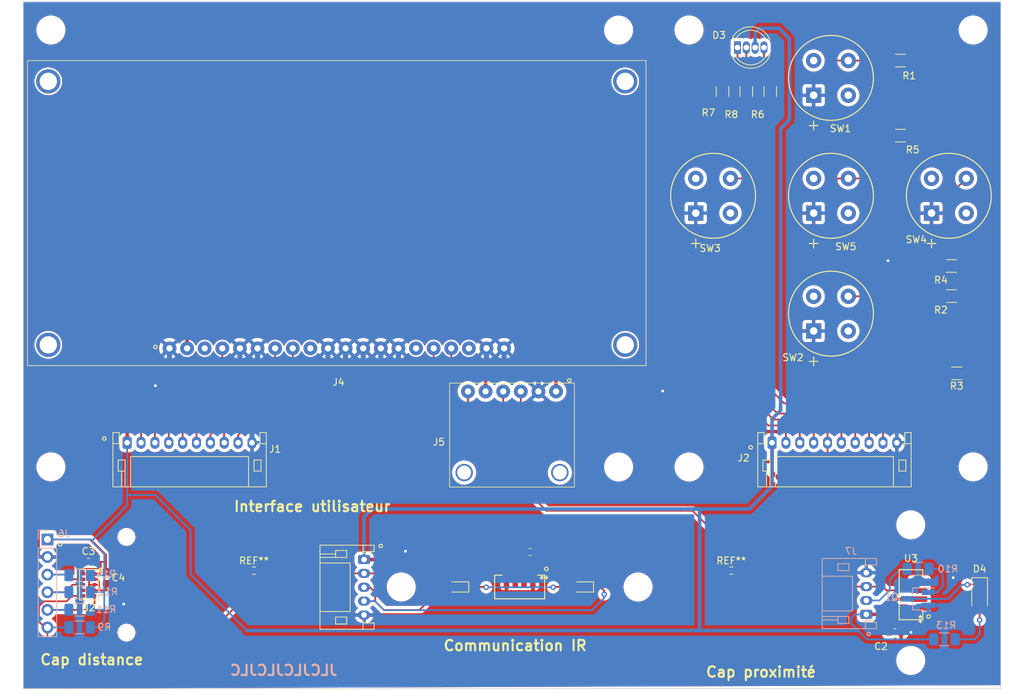
<source format=kicad_pcb>
(kicad_pcb (version 20221018) (generator pcbnew)
  (layers (0 "F.Cu" signal) (31 "B.Cu" signal) (34 "B.Paste" user) (35 "F.Paste" user) (36 "B.SilkS" user "B.Silkscreen") (37 "F.SilkS" user "F.Silkscreen") (38 "B.Mask" user) (39 "F.Mask" user) (44 "Edge.Cuts" user))
  (net 0 "")
  (net 1 "+3V3")
  (net 2 "GND")
  (net 3 "Net-(D1-K)")
  (net 4 "Net-(D1-A)")
  (net 5 "Net-(D2-K)")
  (net 6 "Net-(D3-GK)")
  (net 7 "Net-(D3-BK)")
  (net 8 "Net-(D3-RK)")
  (net 9 "Net-(D4-K)")
  (net 10 "Net-(D4-A)")
  (net 11 "D{slash}C_ecran")
  (net 12 "SCLK_ecran")
  (net 13 "SDIN_ecran")
  (net 14 "{slash}RES_ecran")
  (net 15 "{slash}CS_ecran")
  (net 16 "RGB_R")
  (net 17 "RGB_G")
  (net 18 "RGB_B")
  (net 19 "BOUT_HAUT")
  (net 20 "BOUT_BAS")
  (net 21 "BOUT_GAUCHE")
  (net 22 "BOUT_DROIT")
  (net 23 "BOUT_SELECT")
  (net 24 "SCL_cap-dis")
  (net 25 "SDA_cap-dis")
  (net 26 "INT_cap-dis")
  (net 27 "Net-(J3-Pin_2)")
  (net 32 "Net-(J6-Pin_3)")
  (net 33 "Net-(J6-Pin_4)")
  (net 34 "Net-(J6-Pin_5)")
  (net 35 "Net-(J6-Pin_6)")
  (net 36 "Net-(J7-Pin_2)")
  (net 37 "Net-(J7-Pin_3)")
  (net 38 "Net-(Q1-G)")
  (footprint "MountingHole:MountingHole_3mm" (layer "F.Cu") (at 102.87 94.0054)
    (fp_text reference "REF**" hide)
    (fp_text value "MountingHole_3mm")
  )
  (footprint "MountingHole:MountingHole_3mm" (layer "F.Cu") (at 154 31)
    (fp_text reference "REF**" hide)
    (fp_text value "MountingHole_3mm")
  )
  (footprint "Resistor_SMD:R_1206_3216Metric_Pad1.30x1.75mm_HandSolder" (layer "F.Cu") (at 124.7394 39.878 90)
    (fp_text reference "R6")
    (fp_text value "220")
  )
  (footprint "MountingHole:MountingHole_2.1mm" (layer "F.Cu") (at 31.9 117.9)
    (fp_text reference "REF**" hide)
    (fp_text value "MountingHole_2.1mm")
  )
  (footprint "Lib:Cap dist" (layer "F.Cu") (at 87.5 83.1205 180)
    (fp_text reference "J5")
    (fp_text value "vers VL53L4CDV0DH")
  )
  (footprint "MountingHole:MountingHole_3mm" (layer "F.Cu") (at 113.03 94.0054)
    (fp_text reference "REF**" hide)
    (fp_text value "MountingHole_3mm")
  )
  (footprint "MountingHole:MountingHole_2.1mm" (layer "F.Cu") (at 31.9 104.1)
    (fp_text reference "REF**" hide)
    (fp_text value "MountingHole_2.1mm")
  )
  (footprint "Resistor_SMD:R_1206_3216Metric_Pad1.30x1.75mm_HandSolder" (layer "F.Cu") (at 151.638 80.518 180)
    (fp_text reference "R3")
    (fp_text value "10k")
  )
  (footprint "D6R:D6R_CNK" (layer "F.Cu") (at 131 57.404 90)
    (fp_text reference "SW5")
    (fp_text value "Bouton sélection")
  )
  (footprint "MountingHole:MountingHole_3mm" (layer "F.Cu") (at 113.03 30.988)
    (fp_text reference "REF**" hide)
    (fp_text value "MountingHole_3mm")
  )
  (footprint "Connector_JST:JST_PH_S5B-PH-K_1x05_P2.00mm_Horizontal" (layer "F.Cu") (at 66.162 107.36 -90)
    (fp_text reference "J3" hide)
    (fp_text value "Conn_01x05")
  )
  (footprint "D6R:D6R_CNK" (layer "F.Cu") (at 148 57.404 90)
    (fp_text reference "SW4")
    (fp_text value "Bouton droit")
  )
  (footprint "MountingHole:MountingHole_3mm" (layer "F.Cu") (at 154 94)
    (fp_text reference "REF**" hide)
    (fp_text value "MountingHole_3mm")
  )
  (footprint "Connector_JST:JST_PH_S10B-PH-K_1x10_P2.00mm_Horizontal" (layer "F.Cu") (at 125 90.514)
    (fp_text reference "J2")
    (fp_text value "Conn_01x10")
  )
  (footprint "Connector_JST:JST_PH_S10B-PH-K_1x10_P2.00mm_Horizontal" (layer "F.Cu") (at 32 90.514)
    (fp_text reference "J1")
    (fp_text value "Conn_01x10")
  )
  (footprint "VL53L3CXV0DH_1 (1):XDCR_VL53L3CXV0DH_1" (layer "F.Cu") (at 26.5 111 -90)
    (fp_text reference "U2")
    (fp_text value "VL53L4CDV0DH")
  )
  (footprint "Lib:Screen" (layer "F.Cu") (at 62.23 76.904)
    (fp_text reference "J4")
    (fp_text value "NHD-3.12-25664UCW2")
  )
  (footprint "LED_THT:LED_D5.0mm-4_RGB" (layer "F.Cu") (at 120.02 33.528)
    (fp_text reference "D3")
    (fp_text value "QBL8RGB25C0")
  )
  (footprint "Resistor_SMD:R_1206_3216Metric_Pad1.30x1.75mm_HandSolder" (layer "F.Cu") (at 150.876 69.3674 180)
    (fp_text reference "R2")
    (fp_text value "10k")
  )
  (footprint "Resistor_SMD:R_1206_3216Metric_Pad1.30x1.75mm_HandSolder" (layer "F.Cu") (at 121.285 39.878 90)
    (fp_text reference "R8")
    (fp_text value "220")
  )
  (footprint "TSOP:TSOP75338WTT_VIS-M" (layer "F.Cu") (at 88.604 111.322 -90)
    (fp_text reference "U1" hide)
    (fp_text value "TSOP75338TT")
  )
  (footprint "MountingHole:MountingHole_3mm" (layer "F.Cu") (at 102.87 31)
    (fp_text reference "REF**" hide)
    (fp_text value "MountingHole_3mm")
  )
  (footprint "MountingHole:MountingHole_3mm" (layer "F.Cu") (at 105.678 111.322)
    (fp_text reference "REF**" hide)
    (fp_text value "MountingHole_3mm")
  )
  (footprint "MountingHole:MountingHole_3mm" (layer "F.Cu") (at 21 31)
    (fp_text reference "REF**" hide)
    (fp_text value "MountingHole_3mm")
  )
  (footprint "D6R:D6R_CNK" (layer "F.Cu") (at 131 74.404 90)
    (fp_text reference "SW2")
    (fp_text value "Bouton bas")
  )
  (footprint "Resistor_SMD:R_1206_3216Metric_Pad1.30x1.75mm_HandSolder" (layer "F.Cu") (at 143.51 46.228 180)
    (fp_text reference "R5")
    (fp_text value "10k")
  )
  (footprint "LED_SMD:LED_0603_1608Metric_Pad1.05x0.95mm_HandSolder" (layer "F.Cu") (at 97.604 111.322 180)
    (fp_text reference "D2" hide)
    (fp_text value "LED")
  )
  (footprint "Capacitor_SMD:C_0603_1608Metric_Pad1.08x0.95mm_HandSolder" (layer "F.Cu") (at 28.956 109.982 -90)
    (fp_text reference "C4")
    (fp_text value "4.7u")
  )
  (footprint "MountingHole:MountingHole_3mm" (layer "F.Cu") (at 21 94)
    (fp_text reference "REF**" hide)
    (fp_text value "MountingHole_3mm")
  )
  (footprint "MountingHole:MountingHole_3mm" (layer "F.Cu") (at 145 121.92)
    (fp_text reference "REF**" hide)
    (fp_text value "MountingHole_3mm")
  )
  (footprint "Capacitor_SMD:C_0603_1608Metric_Pad1.08x0.95mm_HandSolder" (layer "F.Cu") (at 142.748 117.856)
    (fp_text reference "C2")
    (fp_text value "~")
  )
  (footprint "Resistor_SMD:R_1206_3216Metric_Pad1.30x1.75mm_HandSolder" (layer "F.Cu") (at 143.51 35.4076 180)
    (fp_text reference "R1")
    (fp_text value "10k")
  )
  (footprint "D6R:D6R_CNK" (layer "F.Cu") (at 114 57.404 90)
    (fp_text reference "SW3")
    (fp_text value "Bouton gauche")
  )
  (footprint "TSOP:TSOP75338WTT_VIS-M" (layer "F.Cu") (at 145.034 112.44 180)
    (fp_text reference "U3")
    (fp_text value "TSOP75438WTR")
  )
  (footprint "Resistor_SMD:R_1206_3216Metric_Pad1.30x1.75mm_HandSolder" (layer "F.Cu") (at 150.876 65.024 180)
    (fp_text reference "R4")
    (fp_text value "10k")
  )
  (footprint "MountingHole:MountingHole_3mm" (layer "F.Cu") (at 145 102.362)
    (fp_text reference "REF**" hide)
    (fp_text value "MountingHole_3mm")
  )
  (footprint "Resistor_SMD:R_0603_1608Metric" (layer "F.Cu") (at 119.126 108.966)
    (fp_text reference "REF**")
    (fp_text value "R_0603_1608Metric")
  )
  (footprint "LED_SMD:LED_0603_1608Metric_Pad1.05x0.95mm_HandSolder" (layer "F.Cu") (at 79.604 111.322 180)
    (fp_text reference "D1" hide)
    (fp_text value "LED")
  )
  (footprint "Resistor_SMD:R_0603_1608Metric" (layer "F.Cu") (at 50.292 108.966)
    (fp_text reference "REF**")
    (fp_text value "R_0603_1608Metric")
  )
  (footprint "Resistor_SMD:R_1206_3216Metric_Pad1.30x1.75mm_HandSolder" (layer "F.Cu") (at 117.856 39.878 90)
    (fp_text reference "R7")
    (fp_text value "220")
  )
  (footprint "Capacitor_SMD:C_0603_1608Metric_Pad1.08x0.95mm_HandSolder" (layer "F.Cu") (at 90.128 106.28)
    (fp_text reference "C1" hide)
    (fp_text value "~")
  )
  (footprint "Capacitor_SMD:C_0603_1608Metric_Pad1.08x0.95mm_HandSolder" (layer "F.Cu") (at 26.416 107.696 180)
    (fp_text reference "C3")
    (fp_text value "100n")
  )
  (footprint "D6R:D6R_CNK" (layer "F.Cu") (at 131 40.404 90)
    (fp_text reference "SW1")
    (fp_text value "Bouton haut")
  )
  (footprint "LED_SMD:LED_1206_3216Metric_Pad1.42x1.75mm_HandSolder" (layer "F.Cu") (at 154.94 112.44 -90)
    (fp_text reference "D4")
    (fp_text value "LED")
  )
  (footprint "MountingHole:MountingHole_3mm" (layer "F.Cu") (at 71.53 111.322)
    (fp_text reference "REF**" hide)
    (fp_text value "MountingHole_3mm")
  )
  (footprint "Connector_PinHeader_2.54mm:PinHeader_1x06_P2.54mm_Vertical" (layer "B.Cu") (at 20.5 118)
    (fp_text reference "J6")
    (fp_text value "~")
  )
  (footprint "Resistor_SMD:R_1206_3216Metric_Pad1.30x1.75mm_HandSolder" (layer "B.Cu") (at 149.86 118.872 180)
    (fp_text reference "R13")
    (fp_text value "40")
  )
  (footprint "Resistor_SMD:R_1206_3216Metric_Pad1.30x1.75mm_HandSolder" (layer "B.Cu") (at 25.146 117.1448)
    (fp_text reference "R9")
    (fp_text value "10k")
  )
  (footprint "Package_TO_SOT_SMD:SOT-23_Handsoldering" (layer "B.Cu") (at 146.05 113.03 180)
    (fp_text reference "Q1")
    (fp_text value "PJA3432-AU_R1")
  )
  (footprint "Resistor_SMD:R_1206_3216Metric_Pad1.30x1.75mm_HandSolder" (layer "B.Cu") (at 25.146 109.6264)
    (fp_text reference "R14")
    (fp_text value "10k")
  )
  (footprint "Resistor_SMD:R_1206_3216Metric_Pad1.30x1.75mm_HandSolder" (layer "B.Cu") (at 25.146 112.0648)
    (fp_text reference "R12")
    (fp_text value "10k")
  )
  (footprint "Resistor_SMD:R_1206_3216Metric_Pad1.30x1.75mm_HandSolder" (layer "B.Cu") (at 146.05 108.712)
    (fp_text reference "R10")
    (fp_text value "100")
  )
  (footprint "Resistor_SMD:R_1206_3216Metric_Pad1.30x1.75mm_HandSolder" (layer "B.Cu") (at 25.146 114.6048)
    (fp_text reference "R11")
    (fp_text value "10k")
  )
  (footprint "Connector_JST:JST_PH_S4B-PH-K_1x04_P2.00mm_Horizontal" (layer "B.Cu") (at 138.594 115.268 90)
    (fp_text reference "J7")
    (fp_text value "Conn_01x04")
  )
  (gr_circle (center 138.938 118.11) (end 138.938 118.364) (stroke (width 0.15)) (fill none) (layer "B.SilkS"))
  (gr_circle (center 95.758 81.534) (end 95.758 81.788) (stroke (width 0.15)) (fill none) (layer "F.SilkS"))
  (gr_circle (center 121.92 91.186) (end 121.92 91.44) (stroke (width 0.15)) (fill none) (layer "F.SilkS"))
  (gr_circle (center 22.352 105.156) (end 22.352 105.41) (stroke (width 0.15)) (fill none) (layer "F.SilkS"))
  (gr_circle (center 28.702 89.916) (end 28.702 90.17) (stroke (width 0.15)) (fill none) (layer "F.SilkS"))
  (gr_circle (center 68.58 105.41) (end 68.58 105.664) (stroke (width 0.15)) (fill none) (layer "F.SilkS"))
  (gr_circle (center 147.574 115.57) (end 147.574 115.824) (stroke (width 0.15)) (fill none) (layer "F.SilkS"))
  (gr_circle (center 92.456 108.712) (end 92.456 108.966) (stroke (width 0.15)) (fill none) (layer "F.SilkS"))
  (gr_circle (center 36.068 76.708) (end 36.068 76.962) (stroke (width 0.15)) (fill none) (layer "F.SilkS"))
  (gr_rect (start 17.018 26.924) (end 157.988 125.984) (stroke (width 0.1)) (fill none) (layer "Edge.Cuts"))
  (gr_text "JLCJLCJLCJLC" (at 62.484 124.206) (layer "B.SilkS") (effects (font (size 1.5 1.5) (thickness 0.3) bold) (justify left bottom mirror)))
  (gr_text "Communication IR" (at 77.47 120.65) (layer "F.SilkS") (effects (font (size 1.5 1.5) (thickness 0.3) bold) (justify left bottom)))
  (gr_text "Interface utilisateur" (at 47.244 100.584) (layer "F.SilkS") (effects (font (size 1.5 1.5) (thickness 0.3) bold) (justify left bottom)))
  (gr_text "Cap proximité" (at 115.316 124.46) (layer "F.SilkS") (effects (font (size 1.5 1.5) (thickness 0.3) bold) (justify left bottom)))
  (gr_text "Cap distance" (at 19.304 122.682) (layer "F.SilkS") (effects (font (size 1.5 1.5) (thickness 0.3) bold) (justify left bottom)))
  (segment (start 141.8375 115.268) (end 141.8855 115.316) (width 0.508) (layer "F.Cu") (net 1))
  (segment (start 34.29 72.644) (end 40.64 72.644) (width 0.508) (layer "F.Cu") (net 1))
  (segment (start 155.7528 65.024) (end 155.8036 65.0748) (width 0.508) (layer "F.Cu") (net 1))
  (segment (start 124.968 94.488) (end 125 94.456) (width 0.508) (layer "F.Cu") (net 1))
  (segment (start 28.194 107.696) (end 28.956 107.696) (width 0.254) (layer "F.Cu") (net 1))
  (segment (start 93.85 74.038) (end 93.85 77.724) (width 0.508) (layer "F.Cu") (net 1))
  (segment (start 155.8036 38.7096) (end 155.8036 46.482) (width 0.508) (layer "F.Cu") (net 1))
  (segment (start 20.5 104.46) (end 26.736 104.46) (width 0.254) (layer "F.Cu") (net 1))
  (segment (start 145.06 46.228) (end 155.5496 46.228) (width 0.508) (layer "F.Cu") (net 1))
  (segment (start 32 90.514) (end 32 87.126) (width 0.508) (layer "F.Cu") (net 1))
  (segment (start 141.8855 117.602) (end 141.8855 115.316) (width 0.508) (layer "F.Cu") (net 1))
  (segment (start 141.8855 115.316) (end 141.8855 113.6835) (width 0.508) (layer "F.Cu") (net 1))
  (segment (start 83.69 83.1205) (end 83.69 81.41) (width 0.508) (layer "F.Cu") (net 1))
  (segment (start 142.494 113.075) (end 146.2278 113.075) (width 0.508) (layer "F.Cu") (net 1))
  (segment (start 146.812 95.758) (end 125.984 95.758) (width 0.508) (layer "F.Cu") (net 1))
  (segment (start 155.8036 65.0748) (end 155.8036 69.2658) (width 0.508) (layer "F.Cu") (net 1))
  (segment (start 93.85 79.502) (end 93.85 83.1205) (width 0.508) (layer "F.Cu") (net 1))
  (segment (start 120.142 93.218) (end 124.746 93.218) (width 0.508) (layer "F.Cu") (net 1))
  (segment (start 28.956 108.204) (end 28.956 107.95) (width 0.254) (layer "F.Cu") (net 1))
  (segment (start 125.984 95.758) (end 124.968 94.742) (width 0.508) (layer "F.Cu") (net 1))
  (segment (start 92.456 72.644) (end 93.85 74.038) (width 0.508) (layer "F.Cu") (net 1))
  (segment (start 93.85 77.724) (end 98.806 77.724) (width 0.508) (layer "F.Cu") (net 1))
  (segment (start 152.426 65.024) (end 155.7528 65.024) (width 0.508) (layer "F.Cu") (net 1))
  (segment (start 93.85 77.724) (end 93.85 79.502) (width 0.508) (layer "F.Cu") (net 1))
  (segment (start 26.736 104.46) (end 28.956 106.68) (width 0.254) (layer "F.Cu") (net 1))
  (segment (start 28.956 108.204) (end 28.956 109.1195) (width 0.254) (layer "F.Cu") (net 1))
  (segment (start 153.188 80.518) (end 155.8036 80.518) (width 0.508) (layer "F.Cu") (net 1))
  (segment (start 89.239 110.1249) (end 89.239 107.55) (width 0.508) (layer "F.Cu") (net 1))
  (segment (start 28.194 108.712) (end 28.194 107.696) (width 0.254) (layer "F.Cu") (net 1))
  (segment (start 125 94.456) (end 125 92.964) (width 0.508) (layer "F.Cu") (net 1))
  (segment (start 147.574 94.996) (end 146.812 95.758) (width 0.508) (layer "F.Cu") (net 1))
  (segment (start 155.8036 82.4484) (end 147.574 90.678) (width 0.508) (layer "F.Cu") (net 1))
  (segment (start 155.5496 46.228) (end 155.8036 46.482) (width 0.508) (layer "F.Cu") (net 1))
  (segment (start 155.8036 80.518) (end 155.8036 82.4484) (width 0.508) (layer "F.Cu") (net 1))
  (segment (start 152.426 69.3674) (end 155.702 69.3674) (width 0.508) (layer "F.Cu") (net 1))
  (segment (start 98.806 77.724) (end 110.49 89.408) (width 0.508) (layer "F.Cu") (net 1))
  (segment (start 28.014 109.4) (end 28.194 109.22) (width 0.254) (layer "F.Cu") (net 1))
  (segment (start 25.7 109.4) (end 25.7 108.896) (width 0.254) (layer "F.Cu") (net 1))
  (segment (start 40.64 76.904) (end 40.64 72.644) (width 0.508) (layer "F.Cu") (net 1))
  (segment (start 40.64 72.644) (end 92.456 72.644) (width 0.508) (layer "F.Cu") (net 1))
  (segment (start 125 92.964) (end 125 90.514) (width 0.508) (layer "F.Cu") (net 1))
  (segment (start 145.06 35.4076) (end 152.5016 35.4076) (width 0.508) (layer "F.Cu") (net 1))
  (segment (start 25.7 108.896) (end 25.884 108.712) (width 0.254) (layer "F.Cu") (net 1))
  (segment (start 27.2785 107.696) (end 28.194 107.696) (width 0.254) (layer "F.Cu") (net 1))
  (segment (start 155.8036 69.2658) (end 155.8036 80.518) (width 0.508) (layer "F.Cu") (net 1))
  (segment (start 32 74.934) (end 34.29 72.644) (width 0.508) (layer "F.Cu") (net 1))
  (segment (start 32 87.126) (end 32 74.934) (width 0.508) (layer "F.Cu") (net 1))
  (segment (start 124.746 93.218) (end 125 92.964) (width 0.508) (layer "F.Cu") (net 1))
  (segment (start 83.69 81.41) (end 85.598 79.502) (width 0.508) (layer "F.Cu") (net 1))
  (segment (start 124.968 94.742) (end 124.968 94.488) (width 0.508) (layer "F.Cu") (net 1))
  (segment (start 28.956 106.68) (end 28.956 107.696) (width 0.254) (layer "F.Cu") (net 1))
  (segment (start 152.5016 35.4076) (end 155.8036 38.7096) (width 0.508) (layer "F.Cu") (net 1))
  (segment (start 28.194 108.712) (end 28.194 109.22) (width 0.254) (layer "F.Cu") (net 1))
  (segment (start 89.239 107.55) (end 89.049 107.36) (width 0.508) (layer "F.Cu") (net 1))
  (segment (start 141.8855 113.6835) (end 142.494 113.075) (width 0.508) (layer "F.Cu") (net 1))
  (segment (start 147.574 90.678) (end 147.574 94.996) (width 0.508) (layer "F.Cu") (net 1))
  (segment (start 85.598 79.502) (end 93.85 79.502) (width 0.508) (layer "F.Cu") (net 1))
  (segment (start 110.49 89.408) (end 116.332 89.408) (width 0.508) (layer "F.Cu") (net 1))
  (segment (start 89.239 107.55) (end 89.239 106.3065) (width 0.508) (layer "F.Cu") (net 1))
  (segment (start 89.239 106.3065) (end 89.2655 106.28) (width 0.508) (layer "F.Cu") (net 1))
  (segment (start 27.3 109.4) (end 28.014 109.4) (width 0.254) (layer "F.Cu") (net 1))
  (segment (start 116.332 89.408) (end 120.142 93.218) (width 0.508) (layer "F.Cu") (net 1))
  (segment (start 28.956 107.95) (end 28.956 107.696) (width 0.254) (layer "F.Cu") (net 1))
  (segment (start 155.8036 46.482) (end 155.8036 65.0748) (width 0.508) (layer "F.Cu") (net 1))
  (segment (start 89.049 107.36) (end 66.162 107.36) (width 0.508) (layer "F.Cu") (net 1))
  (segment (start 138.594 115.268) (end 141.8375 115.268) (width 0.508) (layer "F.Cu") (net 1))
  (segment (start 25.884 108.712) (end 28.194 108.712) (width 0.254) (layer "F.Cu") (net 1))
  (segment (start 155.702 69.3674) (end 155.8036 69.2658) (width 0.508) (layer "F.Cu") (net 1))
  (segment (start 114.554 100.076) (end 114.554 117.602) (width 0.508) (layer "B.Cu") (net 1))
  (segment (start 26.8478 104.7242) (end 28.702 106.5784) (width 0.254) (layer "B.Cu") (net 1))
  (segment (start 125 90.514) (end 125 87.09) (width 0.508) (layer "B.Cu") (net 1))
  (segment (start 121.7168 100.076) (end 125 96.7928) (width 0.508) (layer "B.Cu") (net 1))
  (segment (start 26.696 109.6264) (end 28.6004 109.6264) (width 0.254) (layer "B.Cu") (net 1))
  (segment (start 125.984 30.734) (end 123.19 30.734) (width 0.508) (layer "B.Cu") (net 1))
  (segment (start 126.238 85.852) (end 126.238 74.422) (width 0.508) (layer "B.Cu") (net 1))
  (segment (start 41.148 109.474) (end 41.148 103.124) (width 0.254) (layer "B.Cu") (net 1))
  (segment (start 126.238 55.118) (end 126.238 45.212) (width 0.508) (layer "B.Cu") (net 1))
  (segment (start 138.594 115.268) (end 137.112 115.268) (width 0.254) (layer "B.Cu") (net 1))
  (segment (start 27.686 117.1448) (end 26.696 117.1448) (width 0.254) (layer "B.Cu") (net 1))
  (segment (start 36.068 98.044) (end 32 98.044) (width 0.254) (layer "B.Cu") (net 1))
  (segment (start 28.6512 112.0648) (end 28.702 112.014) (width 0.254) (layer "B.Cu") (net 1))
  (segment (start 28.702 106.5784) (end 28.702 109.474) (width 0.254) (layer "B.Cu") (net 1))
  (segment (start 114.554 117.602) (end 49.276 117.602) (width 0.508) (layer "B.Cu") (net 1))
  (segment (start 26.696 112.0648) (end 28.6512 112.0648) (width 0.254) (layer "B.Cu") (net 1))
  (segment (start 136.398 116.586) (end 136.398 115.824) (width 0.254) (layer "B.Cu") (net 1))
  (segment (start 127.508 43.942) (end 127.508 40.386) (width 0.508) (layer "B.Cu") (net 1))
  (segment (start 66.162 101.224) (end 67.31 100.076) (width 0.508) (layer "B.Cu") (net 1))
  (segment (start 28.702 116.1288) (end 27.686 117.1448) (width 0.254) (layer "B.Cu") (net 1))
  (segment (start 32 99.572) (end 32 98.044) (width 0.254) (layer "B.Cu") (net 1))
  (segment (start 126.238 45.212) (end 127.508 43.942) (width 0.508) (layer "B.Cu") (net 1))
  (segment (start 136.954 115.268) (end 138.594 115.268) (width 0.254) (layer "B.Cu") (net 1))
  (segment (start 112.776 100.076) (end 114.554 100.076) (width 0.508) (layer "B.Cu") (net 1))
  (segment (start 137.414 117.602) (end 114.554 117.602) (width 0.508) (layer "B.Cu") (net 1))
  (segment (start 28.6512 114.6048) (end 28.702 114.554) (width 0.254) (layer "B.Cu") (net 1))
  (segment (start 26.8478 104.7242) (end 32 99.572) (width 0.254) (layer "B.Cu") (net 1))
  (segment (start 28.702 114.554) (end 28.702 116.1288) (width 0.254) (layer "B.Cu") (net 1))
  (segment (start 148.31 118.872) (end 138.684 118.872) (width 0.254) (layer "B.Cu") (net 1))
  (segment (start 123.19 30.734) (end 122.56 31.364) (width 0.508) (layer "B.Cu") (net 1))
  (segment (start 125 96.7928) (end 125 90.514) (width 0.508) (layer "B.Cu") (net 1))
  (segment (start 26.5836 104.46) (end 26.8478 104.7242) (width 0.254) (layer "B.Cu") (net 1))
  (segment (start 126.238 74.422) (end 126.238 61.976) (width 0.508) (layer "B.Cu") (net 1))
  (segment (start 28.702 109.474) (end 28.702 112.014) (width 0.254) (layer "B.Cu") (net 1))
  (segment (start 32 98.044) (end 32 90.514) (width 0.254) (layer "B.Cu") (net 1))
  (segment (start 66.162 107.36) (end 66.162 101.224) (width 0.508) (layer "B.Cu") (net 1))
  (segment (start 127.508 40.386) (end 127.508 32.258) (width 0.508) (layer "B.Cu") (net 1))
  (segment (start 126.238 57.404) (end 126.238 55.118) (width 0.508) (layer "B.Cu") (net 1))
  (segment (start 136.398 115.824) (end 136.954 115.268) (width 0.254) (layer "B.Cu") (net 1))
  (segment (start 125 87.09) (end 126.238 85.852) (width 0.508) (layer "B.Cu") (net 1))
  (segment (start 138.684 118.872) (end 137.414 117.602) (width 0.254) (layer "B.Cu") (net 1))
  (segment (start 49.276 117.602) (end 41.148 109.474) (width 0.254) (layer "B.Cu") (net 1))
  (segment (start 122.56 31.364) (end 122.56 33.528) (width 0.508) (layer "B.Cu") (net 1))
  (segment (start 112.776 100.076) (end 121.7168 100.076) (width 0.508) (layer "B.Cu") (net 1))
  (segment (start 28.702 112.014) (end 28.702 114.554) (width 0.254) (layer "B.Cu") (net 1))
  (segment (start 137.414 117.602) (end 136.398 116.586) (width 0.254) (layer "B.Cu") (net 1))
  (segment (start 127.508 32.258) (end 125.984 30.734) (width 0.508) (layer "B.Cu") (net 1))
  (segment (start 67.31 100.076) (end 112.776 100.076) (width 0.508) (layer "B.Cu") (net 1))
  (segment (start 41.148 103.124) (end 36.068 98.044) (width 0.254) (layer "B.Cu") (net 1))
  (segment (start 26.696 114.6048) (end 28.6512 114.6048) (width 0.254) (layer "B.Cu") (net 1))
  (segment (start 126.238 61.976) (end 126.238 57.404) (width 0.508) (layer "B.Cu") (net 1))
  (segment (start 20.5 104.46) (end 26.5836 104.46) (width 0.254) (layer "B.Cu") (net 1))
  (segment (start 146.2278 114.345) (end 148.037 114.345) (width 0.508) (layer "F.Cu") (net 2))
  (segment (start 27.94 110.49) (end 27.94 110.998) (width 0.254) (layer "F.Cu") (net 2))
  (segment (start 19.624 107) (end 19.269 106.645) (width 0.254) (layer "F.Cu") (net 2))
  (segment (start 82.318 115.36) (end 85.048 112.63) (width 0.508) (layer "F.Cu") (net 2))
  (segment (start 86.699 112.503) (end 86.826 112.63) (width 0.508) (layer "F.Cu") (net 2))
  (segment (start 148.13 109.268) (end 148.59 109.728) (width 0.508) (layer "F.Cu") (net 2))
  (segment (start 26.5 112.6) (end 26.5 110.998) (width 0.254) (layer "F.Cu") (net 2))
  (segment (start 28.956 110.8445) (end 28.956 111.8) (width 0.254) (layer "F.Cu") (net 2))
  (segment (start 27.94 110.998) (end 27.94 111.8) (width 0.254) (layer "F.Cu") (net 2))
  (segment (start 90.9905 107.7035) (end 90.9905 106.28) (width 0.508) (layer "F.Cu") (net 2))
  (segment (start 19.269 103.229) (end 19.628 102.87) (width 0.254) (layer "F.Cu") (net 2))
  (segment (start 22.86 107.696) (end 22.164 107) (width 0.254) (layer "F.Cu") (net 2))
  (segment (start 143.6105 117.856) (end 145.031322 117.856) (width 0.508) (layer "F.Cu") (net 2))
  (segment (start 26.5 110.998) (end 26.5 109.4) (width 0.254) (layer "F.Cu") (net 2))
  (segment (start 148.59 110.58) (end 148.545 110.535) (width 0.508) (layer "F.Cu") (net 2))
  (segment (start 29.972 106.68) (end 29.972 111.252) (width 0.254) (layer "F.Cu") (net 2))
  (segment (start 86.699 110.1249) (end 86.699 112.503) (width 0.508) (layer "F.Cu") (net 2))
  (segment (start 19.628 102.87) (end 26.162 102.87) (width 0.254) (layer "F.Cu") (net 2))
  (segment (start 90.509 108.185) (end 90.9905 107.7035) (width 0.508) (layer "F.Cu") (net 2))
  (segment (start 87.08 112.63) (end 86.826 112.63) (width 0.508) (layer "F.Cu") (net 2))
  (segment (start 27.65 110.2) (end 27.94 110.49) (width 0.254) (layer "F.Cu") (net 2))
  (segment (start 66.162 115.36) (end 82.318 115.36) (width 0.508) (layer "F.Cu") (net 2))
  (segment (start 87.08 112.63) (end 90.001 112.63) (width 0.508) (layer "F.Cu") (net 2))
  (segment (start 19.269 106.645) (end 19.269 103.229) (width 0.254) (layer "F.Cu") (net 2))
  (segment (start 145.031322 117.856) (end 145.033782 117.85846) (width 0.508) (layer "F.Cu") (net 2))
  (segment (start 148.037 114.345) (end 148.59 113.792) (width 0.508) (layer "F.Cu") (net 2))
  (segment (start 20.5 107) (end 19.624 107) (width 0.254) (layer "F.Cu") (net 2))
  (segment (start 27.3 110.2) (end 27.65 110.2) (width 0.254) (layer "F.Cu") (net 2))
  (segment (start 27.3 111) (end 26.502 111) (width 0.254) (layer "F.Cu") (net 2))
  (segment (start 90.509 112.122) (end 90.509 110.1249) (width 0.508) (layer "F.Cu") (net 2))
  (segment (start 29.972 111.252) (end 29.424 111.8) (width 0.254) (layer "F.Cu") (net 2))
  (segment (start 27.938 111) (end 27.94 110.998) (width 0.254) (layer "F.Cu") (net 2))
  (segment (start 90.509 110.1249) (end 90.509 108.185) (width 0.508) (layer "F.Cu") (net 2))
  (segment (start 27.94 111.8) (end 28.956 111.8) (width 0.254) (layer "F.Cu") (net 2))
  (segment (start 86.826 112.63) (end 85.048 112.63) (width 0.508) (layer "F.Cu") (net 2))
  (segment (start 25.5535 107.696) (end 22.86 107.696) (width 0.254) (layer "F.Cu") (net 2))
  (segment (start 148.545 110.535) (end 148.59 110.49) (width 0.508) (layer "F.Cu") (net 2))
  (segment (start 148.59 109.728) (end 148.59 110.49) (width 0.508) (layer "F.Cu") (net 2))
  (segment (start 29.424 111.8) (end 28.956 111.8) (width 0.254) (layer "F.Cu") (net 2))
  (segment (start 90.001 112.63) (end 90.509 112.122) (width 0.508) (layer "F.Cu") (net 2))
  (segment (start 146.2278 110.535) (end 148.545 110.535) (width 0.508) (layer "F.Cu") (net 2))
  (segment (start 138.594 109.268) (end 148.13 109.268) (width 0.508) (layer "F.Cu") (net 2))
  (segment (start 26.502 111) (end 26.5 110.998) (width 0.254) (layer "F.Cu") (net 2))
  (segment (start 22.164 107) (end 20.5 107) (width 0.254) (layer "F.Cu") (net 2))
  (segment (start 26.162 102.87) (end 29.972 106.68) (width 0.254) (layer "F.Cu") (net 2))
  (segment (start 148.59 113.792) (end 148.59 110.58) (width 0.508) (layer "F.Cu") (net 2))
  (segment (start 27.3 111) (end 27.938 111) (width 0.254) (layer "F.Cu") (net 2))
  (segment (start 27.3 111.8) (end 27.94 111.8) (width 0.254) (layer "F.Cu") (net 2))
  (via (at 36.068 82.296) (size 0.8) (drill 0.4) (layers "F.Cu" "B.Cu") (net 2))
  (via (at 72.136 106.172) (size 0.8) (drill 0.4) (layers "F.Cu" "B.Cu") (net 2))
  (via (at 141.732 64.262) (size 0.8) (drill 0.4) (layers "F.Cu" "B.Cu") (net 2))
  (via (at 109.22 83.058) (size 0.8) (drill 0.4) (layers "F.Cu" "B.Cu") (net 2))
  (via (at 145.033782 117.85846) (size 0.8) (drill 0.4) (layers "F.Cu" "B.Cu") (net 2))
  (via (at 151.13 109.982) (size 0.8) (drill 0.4) (layers "F.Cu" "B.Cu") (net 2))
  (via (at 31.496 113.792) (size 0.8) (drill 0.4) (layers "F.Cu" "B.Cu") (net 2))
  (segment (start 38.1 79.248) (end 38.1 76.904) (width 0.762) (layer "B.Cu") (net 2))
  (segment (start 90.2462 80.264) (end 91.31 81.3278) (width 0.762) (layer "B.Cu") (net 2))
  (segment (start 60.198 80.264) (end 60.706 80.264) (width 0.762) (layer "B.Cu") (net 2))
  (segment (start 66.04 80.264) (end 68.58 80.264) (width 0.762) (layer "B.Cu") (net 2))
  (segment (start 68.58 80.264) (end 71.374 80.264) (width 0.762) (layer "B.Cu") (net 2))
  (segment (start 60.452 113.538) (end 60.452 80.518) (width 0.508) (layer "B.Cu") (net 2))
  (segment (start 62.274 115.36) (end 60.452 113.538) (width 0.508) (layer "B.Cu") (net 2))
  (segment (start 50.038 80.264) (end 50.8 80.264) (width 0.762) (layer "B.Cu") (net 2))
  (segment (start 63.5 80.264) (end 66.04 80.264) (width 0.762) (layer "B.Cu") (net 2))
  (segment (start 50.8 80.264) (end 60.198 80.264) (width 0.762) (layer "B.Cu") (net 2))
  (segment (start 50.038 80.264) (end 48.26 80.264) (width 0.762) (layer "B.Cu") (net 2))
  (segment (start 71.12 80.01) (end 71.374 80.264) (width 0.762) (layer "B.Cu") (net 2))
  (segment (start 83.82 76.904) (end 83.82 80.264) (width 0.762) (layer "B.Cu") (net 2))
  (segment (start 86.36 76.904) (end 86.36 80.264) (width 0.762) (layer "B.Cu") (net 2))
  (segment (start 66.162 115.36) (end 62.274 115.36) (width 0.508) (layer "B.Cu") (net 2))
  (segment (start 60.452 80.518) (end 60.198 80.264) (width 0.508) (layer "B.Cu") (net 2))
  (segment (start 50 80.302) (end 50.038 80.264) (width 0.762) (layer "B.Cu") (net 2))
  (segment (start 48.26 80.264) (end 39.116 80.264) (width 0.762) (layer "B.Cu") (net 2))
  (segment (start 60.96 80.01) (end 60.706 80.264) (width 0.762) (layer "B.Cu") (net 2))
  (segment (start 71.374 80.264) (end 83.82 80.264) (width 0.762) (layer "B.Cu") (net 2))
  (segment (start 91.31 81.3278) (end 91.31 83.1205) (width 0.762) (layer "B.Cu") (net 2))
  (segment (start 146.37 113.98) (end 147.55 113.98) (width 0.508) (layer "B.Cu") (net 2))
  (segment (start 68.58 76.904) (end 68.58 80.264) (width 0.762) (layer "B.Cu") (net 2))
  (segment (start 39.116 80.264) (end 38.1 79.248) (width 0.762) (layer "B.Cu") (net 2))
  (segment (start 71.12 76.904) (end 71.12 80.01) (width 0.762) (layer "B.Cu") (net 2))
  (segment (start 60.706 80.264) (end 63.5 80.264) (width 0.762) (layer "B.Cu") (net 2))
  (segment (start 145.53954 117.85846) (end 146.05 117.348) (width 0.508) (layer "B.Cu") (net 2))
  (segment (start 145.033782 117.85846) (end 145.53954 117.85846) (width 0.508) (layer "B.Cu") (net 2))
  (segment (start 60.96 76.904) (end 60.96 80.01) (width 0.762) (layer "B.Cu") (net 2))
  (segment (start 48.26 76.904) (end 48.26 80.264) (width 0.762) (layer "B.Cu") (net 2))
  (segment (start 83.82 80.264) (end 90.2462 80.264) (width 0.762) (layer "B.Cu") (net 2))
  (segment (start 66.04 76.904) (end 66.04 80.264) (width 0.762) (layer "B.Cu") (net 2))
  (segment (start 50.8 76.904) (end 50.8 80.264) (width 0.762) (layer "B.Cu") (net 2))
  (segment (start 63.5 76.904) (end 63.5 80.264) (width 0.762) (layer "B.Cu") (net 2))
  (segment (start 146.05 117.348) (end 146.05 114.3) (width 0.508) (layer "B.Cu") (net 2))
  (segment (start 146.05 114.3) (end 146.37 113.98) (width 0.508) (layer "B.Cu") (net 2))
  (segment (start 50 90.514) (end 50 80.302) (width 0.762) (layer "B.Cu") (net 2))
  (segment (start 80.479 111.322) (end 83.74 111.322) (width 0.254) (layer "F.Cu") (net 3))
  (segment (start 83.74 111.322) (end 83.778 111.36) (width 0.254) (layer "F.Cu") (net 3))
  (segment (start 93.43 111.36) (end 93.468 111.322) (width 0.254) (layer "F.Cu") (net 3))
  (segment (start 93.468 111.322) (end 96.729 111.322) (width 0.254) (layer "F.Cu") (net 3))
  (via (at 93.43 111.36) (size 0.8) (drill 0.4) (layers "F.Cu" "B.Cu") (net 3))
  (via (at 83.778 111.36) (size 0.8) (drill 0.4) (layers "F.Cu" "B.Cu") (net 3))
  (segment (start 83.778 111.36) (end 93.43 111.36) (width 0.254) (layer "B.Cu") (net 3))
  (segment (start 78.729 111.322) (end 77.466 111.322) (width 0.254) (layer "F.Cu") (net 4))
  (segment (start 67.776 112.122) (end 67.014 111.36) (width 0.254) (layer "F.Cu") (net 4))
  (segment (start 69.046 114.662) (end 67.776 113.392) (width 0.254) (layer "F.Cu") (net 4))
  (segment (start 67.776 113.392) (end 67.776 112.122) (width 0.254) (layer "F.Cu") (net 4))
  (segment (start 74.126 114.662) (end 69.046 114.662) (width 0.254) (layer "F.Cu") (net 4))
  (segment (start 77.466 111.322) (end 74.126 114.662) (width 0.254) (layer "F.Cu") (net 4))
  (segment (start 67.014 111.36) (end 66.162 111.36) (width 0.254) (layer "F.Cu") (net 4))
  (segment (start 100.796 111.868) (end 100.25 111.322) (width 0.254) (layer "F.Cu") (net 5))
  (segment (start 100.796 112.376) (end 100.796 111.868) (width 0.254) (layer "F.Cu") (net 5))
  (segment (start 100.25 111.322) (end 98.479 111.322) (width 0.254) (layer "F.Cu") (net 5))
  (via (at 100.796 112.376) (size 0.8) (drill 0.4) (layers "F.Cu" "B.Cu") (net 5))
  (segment (start 67.744 113.36) (end 66.162 113.36) (width 0.254) (layer "B.Cu") (net 5))
  (segment (start 99.05 114.662) (end 69.046 114.662) (width 0.254) (layer "B.Cu") (net 5))
  (segment (start 100.796 112.916) (end 99.05 114.662) (width 0.254) (layer "B.Cu") (net 5))
  (segment (start 69.046 114.662) (end 67.744 113.36) (width 0.254) (layer "B.Cu") (net 5))
  (segment (start 100.796 112.376) (end 100.796 112.916) (width 0.254) (layer "B.Cu") (net 5))
  (segment (start 117.856 37.338) (end 120.02 35.174) (width 0.254) (layer "F.Cu") (net 6))
  (segment (start 120.02 35.174) (end 120.02 33.528) (width 0.254) (layer "F.Cu") (net 6))
  (segment (start 117.856 38.328) (end 117.856 37.338) (width 0.254) (layer "F.Cu") (net 6))
  (segment (start 121.285 38.328) (end 121.285 33.533) (width 0.254) (layer "F.Cu") (net 7))
  (segment (start 121.285 33.533) (end 121.29 33.528) (width 0.254) (layer "F.Cu") (net 7))
  (segment (start 124.7394 36.3474) (end 123.83 35.438) (width 0.254) (layer "F.Cu") (net 8))
  (segment (start 124.7394 38.328) (end 124.7394 36.3474) (width 0.254) (layer "F.Cu") (net 8))
  (segment (start 123.83 35.438) (end 123.83 33.528) (width 0.254) (layer "F.Cu") (net 8))
  (segment (start 153.2075 110.9525) (end 154.94 110.9525) (width 0.254) (layer "F.Cu") (net 9))
  (segment (start 153.162 110.998) (end 153.2075 110.9525) (width 0.254) (layer "F.Cu") (net 9))
  (via (at 153.162 110.998) (size 0.8) (drill 0.4) (layers "F.Cu" "B.Cu") (net 9))
  (segment (start 153.162 110.998) (end 152.4 110.998) (width 0.254) (layer "B.Cu") (net 9))
  (segment (start 150.368 113.03) (end 144.55 113.03) (width 0.254) (layer "B.Cu") (net 9))
  (segment (start 152.4 110.998) (end 150.368 113.03) (width 0.254) (layer "B.Cu") (net 9))
  (segment (start 154.94 116.078) (end 154.94 113.9275) (width 0.254) (layer "F.Cu") (net 10))
  (via (at 154.94 116.078) (size 0.8) (drill 0.4) (layers "F.Cu" "B.Cu") (net 10))
  (segment (start 154.178 118.872) (end 154.94 118.11) (width 0.254) (layer "B.Cu") (net 10))
  (segment (start 154.94 118.11) (end 154.94 116.078) (width 0.254) (layer "B.Cu") (net 10))
  (segment (start 151.41 118.872) (end 154.178 118.872) (width 0.254) (layer "B.Cu") (net 10))
  (segment (start 40.894 86.36) (end 35.306 86.36) (width 0.254) (layer "F.Cu") (net 11))
  (segment (start 45.72 76.904) (end 45.72 81.534) (width 0.254) (layer "F.Cu") (net 11))
  (segment (start 45.72 81.534) (end 40.894 86.36) (width 0.254) (layer "F.Cu") (net 11))
  (segment (start 34 87.666) (end 34 90.514) (width 0.254) (layer "F.Cu") (net 11))
  (segment (start 35.306 86.36) (end 34 87.666) (width 0.254) (layer "F.Cu") (net 11))
  (segment (start 48.514 79.756) (end 52.324 79.756) (width 0.254) (layer "F.Cu") (net 12))
  (segment (start 37.084 86.868) (end 41.402 86.868) (width 0.254) (layer "F.Cu") (net 12))
  (segment (start 41.402 86.868) (end 48.514 79.756) (width 0.254) (layer "F.Cu") (net 12))
  (segment (start 36 87.952) (end 37.084 86.868) (width 0.254) (layer "F.Cu") (net 12))
  (segment (start 53.34 78.74) (end 53.34 76.904) (width 0.254) (layer "F.Cu") (net 12))
  (segment (start 52.324 79.756) (end 53.34 78.74) (width 0.254) (layer "F.Cu") (net 12))
  (segment (start 36 90.514) (end 36 87.952) (width 0.254) (layer "F.Cu") (net 12))
  (segment (start 53.42 76.984) (end 53.34 76.904) (width 0.508) (layer "F.Cu") (net 12))
  (segment (start 46.736 82.55) (end 53.848 82.55) (width 0.254) (layer "F.Cu") (net 13))
  (segment (start 41.91 87.376) (end 46.736 82.55) (width 0.254) (layer "F.Cu") (net 13))
  (segment (start 38 90.514) (end 38 87.984) (width 0.254) (layer "F.Cu") (net 13))
  (segment (start 38 87.984) (end 38.608 87.376) (width 0.254) (layer "F.Cu") (net 13))
  (segment (start 38.608 87.376) (end 41.91 87.376) (width 0.254) (layer "F.Cu") (net 13))
  (segment (start 55.88 80.518) (end 55.88 76.904) (width 0.254) (layer "F.Cu") (net 13))
  (segment (start 53.848 82.55) (end 55.88 80.518) (width 0.254) (layer "F.Cu") (net 13))
  (segment (start 76.2 80.01) (end 76.2 76.904) (width 0.254) (layer "F.Cu") (net 14))
  (segment (start 42.672 87.884) (end 45.212 85.344) (width 0.254) (layer "F.Cu") (net 14))
  (segment (start 45.212 85.344) (end 70.866 85.344) (width 0.254) (layer "F.Cu") (net 14))
  (segment (start 40 88.524) (end 40.64 87.884) (width 0.254) (layer "F.Cu") (net 14))
  (segment (start 40 90.514) (end 40 88.524) (width 0.254) (layer "F.Cu") (net 14))
  (segment (start 40.64 87.884) (end 42.672 87.884) (width 0.254) (layer "F.Cu") (net 14))
  (segment (start 70.866 85.344) (end 76.2 80.01) (width 0.254) (layer "F.Cu") (net 14))
  (segment (start 78.74 80.264) (end 78.74 76.904) (width 0.254) (layer "F.Cu") (net 15))
  (segment (start 42.418 88.646) (end 42.926 88.646) (width 0.254) (layer "F.Cu") (net 15))
  (segment (start 42.926 88.646) (end 45.212 86.36) (width 0.254) (layer "F.Cu") (net 15))
  (segment (start 42 89.064) (end 42.418 88.646) (width 0.254) (layer "F.Cu") (net 15))
  (segment (start 42 90.514) (end 42 89.064) (width 0.254) (layer "F.Cu") (net 15))
  (segment (start 45.212 86.36) (end 72.644 86.36) (width 0.254) (layer "F.Cu") (net 15))
  (segment (start 72.644 86.36) (end 78.74 80.264) (width 0.254) (layer "F.Cu") (net 15))
  (segment (start 131 90.514) (end 131 88.836) (width 0.254) (layer "F.Cu") (net 16))
  (segment (start 118.999 79.5274) (end 118.999 62.357) (width 0.254) (layer "F.Cu") (net 16))
  (segment (start 124.7394 43.6626) (end 124.7394 41.428) (width 0.254) (layer "F.Cu") (net 16))
  (segment (start 116.84 51.562) (end 124.7394 43.6626) (width 0.254) (layer "F.Cu") (net 16))
  (segment (start 125.7808 86.3092) (end 118.999 79.5274) (width 0.254) (layer "F.Cu") (net 16))
  (segment (start 116.84 60.198) (end 116.84 51.562) (width 0.254) (layer "F.Cu") (net 16))
  (segment (start 118.999 62.357) (end 116.84 60.198) (width 0.254) (layer "F.Cu") (net 16))
  (segment (start 128.4732 86.3092) (end 125.7808 86.3092) (width 0.254) (layer "F.Cu") (net 16))
  (segment (start 131 88.836) (end 128.4732 86.3092) (width 0.254) (layer "F.Cu") (net 16))
  (segment (start 116.078 79.629) (end 116.078 64.008) (width 0.254) (layer "F.Cu") (net 17))
  (segment (start 116.078 64.008) (end 111.76 59.69) (width 0.254) (layer "F.Cu") (net 17))
  (segment (start 127 90.514) (end 127 88.7984) (width 0.254) (layer "F.Cu") (net 17))
  (segment (start 126.238 88.0364) (end 124.4854 88.0364) (width 0.254) (layer "F.Cu") (net 17))
  (segment (start 117.856 45.212) (end 117.856 41.428) (width 0.254) (layer "F.Cu") (net 17))
  (segment (start 111.76 51.308) (end 117.856 45.212) (width 0.254) (layer "F.Cu") (net 17))
  (segment (start 111.76 59.69) (end 111.76 51.308) (width 0.254) (layer "F.Cu") (net 17))
  (segment (start 127 88.7984) (end 126.238 88.0364) (width 0.254) (layer "F.Cu") (net 17))
  (segment (start 124.4854 88.0364) (end 116.078 79.629) (width 0.254) (layer "F.Cu") (net 17))
  (segment (start 125.1966 87.1728) (end 117.856 79.8322) (width 0.254) (layer "F.Cu") (net 18))
  (segment (start 129 89.999422) (end 129 90.514) (width 0.254) (layer "F.Cu") (net 18))
  (segment (start 129 88.8426) (end 127.3302 87.1728) (width 0.254) (layer "F.Cu") (net 18))
  (segment (start 117.856 65.139422) (end 116.078 63.361422) (width 0.254) (layer "F.Cu") (net 18))
  (segment (start 129 90.514) (end 129 88.8426) (width 0.254) (layer "F.Cu") (net 18))
  (segment (start 127.3302 87.1728) (end 125.1966 87.1728) (width 0.254) (layer "F.Cu") (net 18))
  (segment (start 116.078 50.546) (end 121.285 45.339) (width 0.254) (layer "F.Cu") (net 18))
  (segment (start 116.078 63.361422) (end 116.078 50.546) (width 0.254) (layer "F.Cu") (net 18))
  (segment (start 117.856 79.8322) (end 117.856 65.139422) (width 0.254) (layer "F.Cu") (net 18))
  (segment (start 121.285 45.339) (end 121.285 41.428) (width 0.254) (layer "F.Cu") (net 18))
  (segment (start 135 85.724) (end 135 90.514) (width 0.254) (layer "F.Cu") (net 19))
  (segment (start 136 35.404) (end 141.8548 35.404) (width 0.254) (layer "F.Cu") (net 19))
  (segment (start 134.268 35.404) (end 132.842 36.83) (width 0.254) (layer "F.Cu") (net 19))
  (segment (start 132.842 36.83) (end 132.842 83.566) (width 0.254) (layer "F.Cu") (net 19))
  (segment (start 141.8548 35.404) (end 141.96 35.5092) (width 0.254) (layer "F.Cu") (net 19))
  (segment (start 132.842 83.566) (end 135 85.724) (width 0.254) (layer "F.Cu") (net 19))
  (segment (start 136 35.404) (end 134.268 35.404) (width 0.254) (layer "F.Cu") (net 19))
  (segment (start 139 90.514) (end 139 69.4406) (width 0.254) (layer "F.Cu") (net 20))
  (segment (start 136 69.404) (end 138.9634 69.404) (width 0.254) (layer "F.Cu") (net 20))
  (segment (start 139 69.4406) (end 138.9634 69.404) (width 0.254) (layer "F.Cu") (net 20))
  (segment (start 138.9634 69.404) (end 149.264 69.404) (width 0.254) (layer "F.Cu") (net 20))
  (segment (start 149.264 69.404) (end 149.326 69.342) (width 0.254) (layer "F.Cu") (net 20))
  (segment (start 123.19 53.848) (end 123.19 81.28) (width 0.254) (layer "F.Cu") (net 21))
  (segment (start 133 86.518) (end 133 90.514) (width 0.254) (layer "F.Cu") (net 21))
  (segment (start 133.858 94.234) (end 133 93.376) (width 0.254) (layer "F.Cu") (net 21))
  (segment (start 119 52.404) (end 121.746 52.404) (width 0.254) (layer "F.Cu") (net 21))
  (segment (start 126.746 84.836) (end 131.318 84.836) (width 0.254) (layer "F.Cu") (net 21))
  (segment (start 133 93.376) (end 133 90.514) (width 0.254) (layer "F.Cu") (net 21))
  (segment (start 145.542 83.82) (end 145.542 92.71) (width 0.254) (layer "F.Cu") (net 21))
  (segment (start 148.844 80.518) (end 145.542 83.82) (width 0.254) (layer "F.Cu") (net 21))
  (segment (start 144.018 94.234) (end 133.858 94.234) (width 0.254) (layer "F.Cu") (net 21))
  (segment (start 131.318 84.836) (end 133 86.518) (width 0.254) (layer "F.Cu") (net 21))
  (segment (start 145.542 92.71) (end 144.018 94.234) (width 0.254) (layer "F.Cu") (net 21))
  (segment (start 150.088 80.518) (end 148.844 80.518) (width 0.254) (layer "F.Cu") (net 21))
  (segment (start 123.19 81.28) (end 126.746 84.836) (width 0.254) (layer "F.Cu") (net 21))
  (segment (start 121.746 52.404) (end 123.19 53.848) (width 0.254) (layer "F.Cu") (net 21))
  (segment (start 150.876 75.438) (end 141 85.314) (width 0.254) (layer "F.Cu") (net 22))
  (segment (start 150.876 65.024) (end 150.876 75.438) (width 0.254) (layer "F.Cu") (net 22))
  (segment (start 149.326 65.024) (end 150.876 65.024) (width 0.254) (layer "F.Cu") (net 22))
  (segment (start 141 85.314) (end 141 90.514) (width 0.254) (layer "F.Cu") (net 22))
  (segment (start 150.876 54.528) (end 150.876 65.024) (width 0.254) (layer "F.Cu") (net 22))
  (segment (start 153 52.404) (end 150.876 54.528) (width 0.254) (layer "F.Cu") (net 22))
  (segment (start 136 52.404) (end 138.858 52.404) (width 0.254) (layer "F.Cu") (net 23))
  (segment (start 138.858 52.404) (end 141.96 49.302) (width 0.254) (layer "F.Cu") (net 23))
  (segment (start 137 90.514) (end 137 86.708) (width 0.254) (layer "F.Cu") (net 23))
  (segment (start 134.54 52.404) (end 136 52.404) (width 0.254) (layer "F.Cu") (net 23))
  (segment (start 133.858 53.086) (end 134.54 52.404) (width 0.254) (layer "F.Cu") (net 23))
  (segment (start 141.96 49.302) (end 141.96 46.228) (width 0.254) (layer "F.Cu") (net 23))
  (segment (start 133.858 83.566) (end 133.858 53.086) (width 0.254) (layer "F.Cu") (net 23))
  (segment (start 137 86.708) (end 133.858 83.566) (width 0.254) (layer "F.Cu") (net 23))
  (segment (start 48.768 88.646) (end 85.09 88.646) (width 0.254) (layer "F.Cu") (net 24))
  (segment (start 87.122 90.678) (end 85.852 90.678) (width 0.254) (layer "F.Cu") (net 24))
  (segment (start 85.09 88.646) (end 87.122 88.646) (width 0.254) (layer "F.Cu") (net 24))
  (segment (start 87.884 95.758) (end 87.884 91.44) (width 0.254) (layer "F.Cu") (net 24))
  (segment (start 48 89.414) (end 48.768 88.646) (width 0.254) (layer "F.Cu") (net 24))
  (segment (start 87.884 91.44) (end 87.122 90.678) (width 0.254) (layer "F.Cu") (net 24))
  (segment (start 118.301 108.966) (end 118.301 105.093) (width 0.254) (layer "F.Cu") (net 24))
  (segment (start 87.122 88.646) (end 88.77 86.998) (width 0.254) (layer "F.Cu") (net 24))
  (segment (start 85.09 89.916) (end 85.09 88.646) (width 0.254) (layer "F.Cu") (net 24))
  (segment (start 48 90.514) (end 48 89.414) (width 0.254) (layer "F.Cu") (net 24))
  (segment (start 92.456 100.33) (end 87.884 95.758) (width 0.254) (layer "F.Cu") (net 24))
  (segment (start 118.301 105.093) (end 113.538 100.33) (width 0.254) (layer "F.Cu") (net 24))
  (segment (start 113.538 100.33) (end 92.456 100.33) (width 0.254) (layer "F.Cu") (net 24))
  (segment (start 88.77 86.998) (end 88.77 83.1205) (width 0.254) (layer "F.Cu") (net 24))
  (segment (start 85.852 90.678) (end 85.09 89.916) (width 0.254) (layer "F.Cu") (net 24))
  (segment (start 86.23 85.728) (end 84.328 87.63) (width 0.254) (layer "F.Cu") (net 25))
  (segment (start 46.99 87.63) (end 45.974 88.646) (width 0.254) (layer "F.Cu") (net 25))
  (segment (start 45.974 90.488) (end 46 90.514) (width 0.254) (layer "F.Cu") (net 25))
  (segment (start 45.974 88.646) (end 45.974 90.488) (width 0.254) (layer "F.Cu") (net 25))
  (segment (start 84.328 87.63) (end 46.99 87.63) (width 0.254) (layer "F.Cu") (net 25))
  (segment (start 86.23 83.1205) (end 86.23 85.728) (width 0.254) (layer "F.Cu") (net 25))
  (segment (start 46.228 87.122) (end 79.502 87.122) (width 0.254) (layer "F.Cu") (net 26))
  (segment (start 44 90.514) (end 44 89.35) (width 0.254) (layer "F.Cu") (net 26))
  (segment (start 44 89.35) (end 46.228 87.122) (width 0.254) (layer "F.Cu") (net 26))
  (segment (start 79.502 87.122) (end 81.15 85.474) (width 0.254) (layer "F.Cu") (net 26))
  (segment (start 81.15 85.474) (end 81.15 83.1205) (width 0.254) (layer "F.Cu") (net 26))
  (segment (start 62.624 109.36) (end 66.162 109.36) (width 0.254) (layer "F.Cu") (net 27))
  (segment (start 66.162 109.36) (end 67.744 109.36) (width 0.254) (layer "F.Cu") (net 27))
  (segment (start 62.23 108.966) (end 62.624 109.36) (width 0.254) (layer "F.Cu") (net 27))
  (segment (start 87.969 108.7152) (end 87.969 110.1249) (width 0.254) (layer "F.Cu") (net 27))
  (segment (start 87.2488 107.995) (end 87.969 108.7152) (width 0.254) (layer "F.Cu") (net 27))
  (segment (start 67.744 109.36) (end 69.109 107.995) (width 0.254) (layer "F.Cu") (net 27))
  (segment (start 69.109 107.995) (end 87.2488 107.995) (width 0.254) (layer "F.Cu") (net 27))
  (segment (start 51.117 108.966) (end 62.23 108.966) (width 0.254) (layer "F.Cu") (net 27))
  (segment (start 25.7 110.2) (end 23.84 110.2) (width 0.254) (layer "F.Cu") (net 32))
  (segment (start 23.18 109.54) (end 20.5 109.54) (width 0.254) (layer "F.Cu") (net 32))
  (segment (start 23.84 110.2) (end 23.18 109.54) (width 0.254) (layer "F.Cu") (net 32))
  (segment (start 23.535 109.54) (end 23.596 109.601) (width 0.254) (layer "B.Cu") (net 32))
  (segment (start 20.5 109.54) (end 23.535 109.54) (width 0.254) (layer "B.Cu") (net 32))
  (segment (start 23.048 112.08) (end 24.128 111) (width 0.254) (layer "F.Cu") (net 33))
  (segment (start 20.5 112.08) (end 23.048 112.08) (width 0.254) (layer "F.Cu") (net 33))
  (segment (start 24.128 111) (end 25.7 111) (width 0.254) (layer "F.Cu") (net 33))
  (segment (start 20.5 112.08) (end 23.53 112.08) (width 0.254) (layer "B.Cu") (net 33))
  (segment (start 23.53 112.08) (end 23.596 112.014) (width 0.254) (layer "B.Cu") (net 33))
  (segment (start 20.5 114.62) (end 26.35 114.62) (width 0.254) (layer "F.Cu") (net 34))
  (segment (start 26.35 114.62) (end 27.3 113.67) (width 0.254) (layer "F.Cu") (net 34))
  (segment (start 27.3 113.67) (end 27.3 112.6) (width 0.254) (layer "F.Cu") (net 34))
  (segment (start 20.5 114.62) (end 23.53 114.62) (width 0.254) (layer "B.Cu") (net 34))
  (segment (start 23.53 114.62) (end 23.596 114.554) (width 0.254) (layer "B.Cu") (net 34))
  (segment (start 21.336 120.904) (end 20.5 120.068) (width 0.254) (layer "F.Cu") (net 35))
  (segment (start 40.894 120.904) (end 21.336 120.904) (width 0.254) (layer "F.Cu") (net 35))
  (segment (start 19.269 114.110103) (end 19.990103 113.389) (width 0.254) (layer "F.Cu") (net 35))
  (segment (start 20.132 117.16) (end 19.269 116.297) (width 0.254) (layer "F.Cu") (net 35))
  (segment (start 20.5 117.16) (end 20.132 117.16) (width 0.254) (layer "F.Cu") (net 35))
  (segment (start 19.269 116.297) (end 19.269 114.110103) (width 0.254) (layer "F.Cu") (net 35))
  (segment (start 49.467 112.331) (end 40.894 120.904) (width 0.254) (layer "F.Cu") (net 35))
  (segment (start 23.263 113.389) (end 24.052 112.6) (width 0.254) (layer "F.Cu") (net 35))
  (segment (start 24.052 112.6) (end 25.7 112.6) (width 0.254) (layer "F.Cu") (net 35))
  (segment (start 49.467 108.966) (end 49.467 112.331) (width 0.254) (layer "F.Cu") (net 35))
  (segment (start 20.5 120.068) (end 20.5 117.16) (width 0.254) (layer "F.Cu") (net 35))
  (segment (start 19.990103 113.389) (end 23.263 113.389) (width 0.254) (layer "F.Cu") (net 35))
  (segment (start 23.53 117.16) (end 23.596 117.094) (width 0.254) (layer "B.Cu") (net 35))
  (segment (start 20.5 117.16) (end 23.53 117.16) (width 0.254) (layer "B.Cu") (net 35))
  (segment (start 138.594 113.268) (end 140.478 113.268) (width 0.254) (layer "B.Cu") (net 36))
  (segment (start 140.478 113.268) (end 141.986 111.76) (width 0.254) (layer "B.Cu") (net 36))
  (segment (start 141.986 111.76) (end 141.986 110.236) (width 0.254) (layer "B.Cu") (net 36))
  (segment (start 143.51 108.712) (end 144.5 108.712) (width 0.254) (layer "B.Cu") (net 36))
  (segment (start 141.986 110.236) (end 143.51 108.712) (width 0.254) (layer "B.Cu") (net 36))
  (segment (start 138.594 111.268) (end 120.412 111.268) (width 0.254) (layer "F.Cu") (net 37))
  (segment (start 119.951 110.807) (end 119.951 108.966) (width 0.254) (layer "F.Cu") (net 37))
  (segment (start 140.986 111.268) (end 138.594 111.268) (width 0.254) (layer "F.Cu") (net 37))
  (segment (start 141.523 111.805) (end 140.986 111.268) (width 0.254) (layer "F.Cu") (net 37))
  (segment (start 146.2278 111.805) (end 141.523 111.805) (width 0.254) (layer "F.Cu") (net 37))
  (segment (start 120.412 111.268) (end 119.951 110.807) (width 0.254) (layer "F.Cu") (net 37))
  (segment (start 148.778 112.08) (end 147.55 112.08) (width 0.254) (layer "B.Cu") (net 38))
  (segment (start 149.606 111.252) (end 148.778 112.08) (width 0.254) (layer "B.Cu") (net 38))
  (segment (start 147.6 108.712) (end 148.844 108.712) (width 0.254) (layer "B.Cu") (net 38))
  (segment (start 149.606 109.474) (end 149.606 111.252) (width 0.254) (layer "B.Cu") (net 38))
  (segment (start 148.844 108.712) (end 149.606 109.474) (width 0.254) (layer "B.Cu") (net 38))
  (zone (net 0) (net_name "") (layer "F.Cu") (connect_pads (clearance 0)) (min_thickness 0.25)
    (keepout (tracks allowed) (vias allowed) (pads allowed) (copperpour not_allowed) (footprints allowed))
    (fill (thermal_gap 0.5) (thermal_bridge_width 0.5))
    (polygon (pts (xy 24.384 106.68) (xy 30.48 106.68) (xy 30.48 114.554) (xy 24.384 114.554)))
  )
  (zone (net 2) (net_name "GND") (layers "F&B.Cu") (connect_pads (clearance 0.5)) (min_thickness 0.25) (fill yes (thermal_gap 0.5) (thermal_bridge_width 0.5))
    (polygon (pts (xy 17.018 26.924) (xy 158.242 26.924) (xy 157.988 125.476) (xy 16.764 125.984) (xy 17.018 26.67)))
  )
)
</source>
